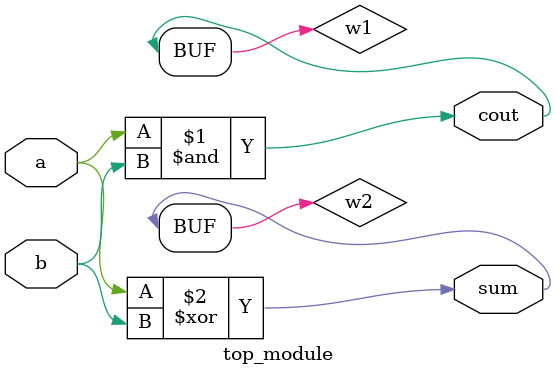
<source format=sv>
module top_module (
	input a,
	input b,
	output sum,
	output cout
);

	// Declare internal wires
	wire w1, w2;
	
	// Assign the internal wires
	assign w1 = a & b;
	assign w2 = a ^ b;
	
	// Output the sum and carry-out
	assign sum = w2;
	assign cout = w1;	
	
endmodule

</source>
